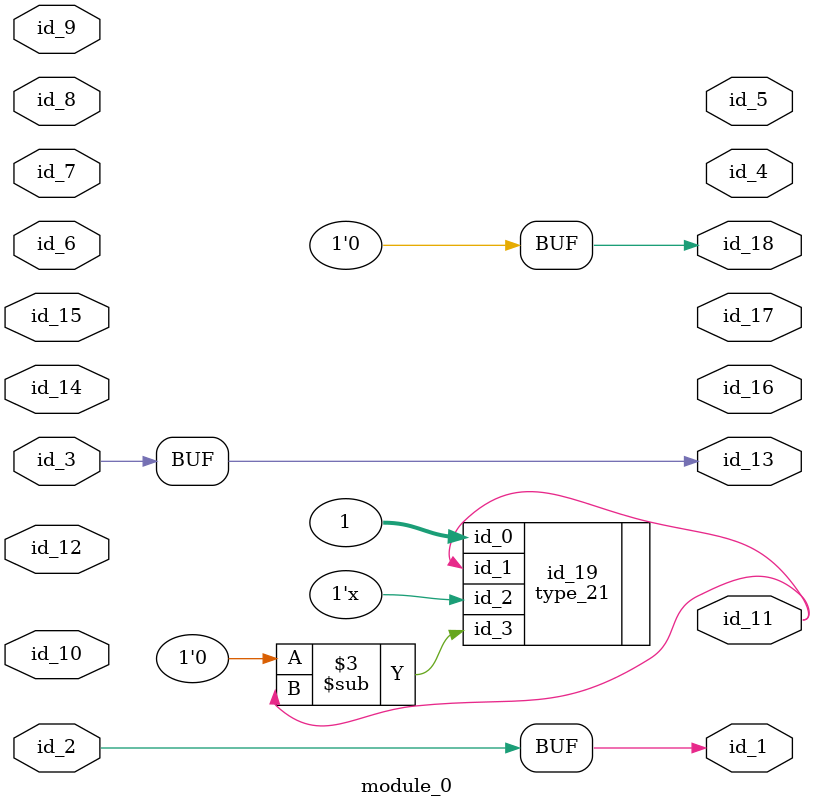
<source format=v>
module module_0 (
    id_1,
    id_2,
    id_3,
    id_4,
    id_5,
    id_6,
    id_7,
    id_8,
    id_9,
    id_10,
    id_11,
    id_12,
    id_13,
    id_14,
    id_15,
    id_16,
    id_17,
    id_18
);
  output id_18;
  output id_17;
  output id_16;
  input id_15;
  inout id_14;
  output id_13;
  inout id_12;
  output id_11;
  inout id_10;
  input id_9;
  input id_8;
  input id_7;
  inout id_6;
  output id_5;
  output id_4;
  inout id_3;
  inout id_2;
  output id_1;
  assign id_13[1 : 1'b0] = id_3;
  supply0 id_18;
  assign id_1 = id_2;
  type_21 id_19 (
      .id_0((1)),
      .id_1(id_11 == 1),
      .id_2(id_18[1]),
      .id_3(1'b0 - id_11)
  );
endmodule

</source>
